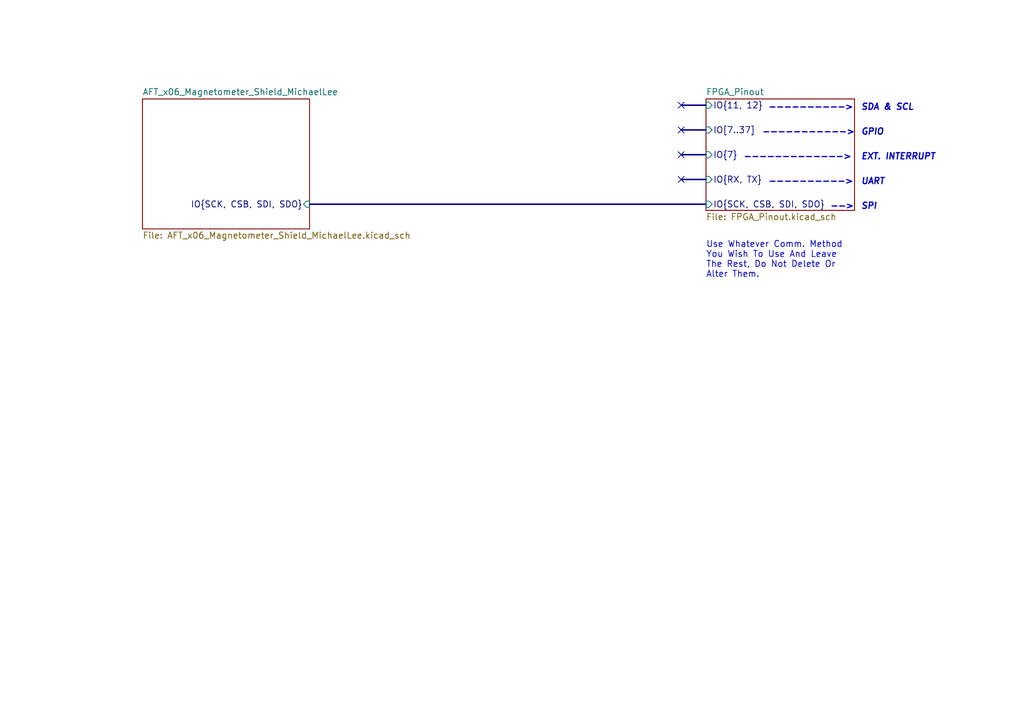
<source format=kicad_sch>
(kicad_sch (version 20211123) (generator eeschema)

  (uuid c20add66-69f9-4c72-89da-d761e900963a)

  (paper "A5")

  (title_block
    (date "2023-01-28")
    (company "SoCET Shield Dev.")
  )

  (lib_symbols
  )


  (no_connect (at 139.7 21.59) (uuid e0c634ee-1845-4fd6-b187-00a13dd1b7ac))
  (no_connect (at 139.7 26.67) (uuid e0c634ee-1845-4fd6-b187-00a13dd1b7ad))
  (no_connect (at 139.7 31.75) (uuid e0c634ee-1845-4fd6-b187-00a13dd1b7ae))
  (no_connect (at 139.7 36.83) (uuid e0c634ee-1845-4fd6-b187-00a13dd1b7af))

  (bus (pts (xy 63.5 41.91) (xy 144.78 41.91))
    (stroke (width 0) (type default) (color 0 0 0 0))
    (uuid 3b60c00b-bddf-4086-a2d5-aa7f45513a0a)
  )
  (bus (pts (xy 139.7 31.75) (xy 144.78 31.75))
    (stroke (width 0) (type default) (color 0 0 0 0))
    (uuid 4ad7c724-31ca-4cf5-b22c-fad23071a30d)
  )
  (bus (pts (xy 139.7 36.83) (xy 144.78 36.83))
    (stroke (width 0) (type default) (color 0 0 0 0))
    (uuid 6401c8d4-4719-4b33-aa01-83f925967e6d)
  )
  (bus (pts (xy 139.7 21.59) (xy 144.78 21.59))
    (stroke (width 0) (type default) (color 0 0 0 0))
    (uuid c7283c94-19c6-49c5-b656-39eb31fa73bd)
  )
  (bus (pts (xy 139.7 26.67) (xy 144.78 26.67))
    (stroke (width 0) (type default) (color 0 0 0 0))
    (uuid f50c520e-5811-4e74-8801-8ca50b78a979)
  )

  (text "---------->" (at 157.48 38.1 0)
    (effects (font (size 1.27 1.27) (thickness 0.254) bold) (justify left bottom))
    (uuid 1afad436-8fa0-4f30-a396-6dff4fb201b0)
  )
  (text "UART" (at 176.53 38.1 0)
    (effects (font (size 1.27 1.27) (thickness 0.254) bold italic) (justify left bottom))
    (uuid 37ab0efe-c65f-45fe-bd46-0228f21c8150)
  )
  (text "GPIO" (at 176.53 27.94 0)
    (effects (font (size 1.27 1.27) (thickness 0.254) bold italic) (justify left bottom))
    (uuid 43d15d0c-b02e-4ef7-9a31-8b8487ff9d2e)
  )
  (text "Magnetometer Shield" (at 17.78 -5.08 0)
    (effects (font (size 10 10) (thickness 2) bold italic) (justify left bottom))
    (uuid 525f344e-ded4-4ab3-a5ed-30a0e7dc97b2)
  )
  (text "Use Whatever Comm. Method \nYou Wish To Use And Leave \nThe Rest, Do Not Delete Or\nAlter Them."
    (at 144.78 57.15 0)
    (effects (font (size 1.27 1.27)) (justify left bottom))
    (uuid 59a039b2-2527-4a78-bec3-ed8784d61a18)
  )
  (text "SDA & SCL" (at 176.53 22.86 0)
    (effects (font (size 1.27 1.27) (thickness 0.254) bold italic) (justify left bottom))
    (uuid 79464f81-48d5-4b51-8cdb-614b3a7462a6)
  )
  (text "EXT. INTERRUPT" (at 176.53 33.02 0)
    (effects (font (size 1.27 1.27) (thickness 0.254) bold italic) (justify left bottom))
    (uuid 99517cd6-6848-4633-892b-5adea9854db2)
  )
  (text "---------->" (at 157.48 22.86 0)
    (effects (font (size 1.27 1.27) (thickness 0.254) bold) (justify left bottom))
    (uuid 9b404c33-ddfa-4ab3-a6e4-04f953052815)
  )
  (text "-->" (at 170.18 43.18 0)
    (effects (font (size 1.27 1.27) (thickness 0.254) bold) (justify left bottom))
    (uuid a34ffc85-5ffc-4338-94ee-5d4d388ce186)
  )
  (text "------------->" (at 152.4 33.02 0)
    (effects (font (size 1.27 1.27) (thickness 0.254) bold) (justify left bottom))
    (uuid c0368be3-d1f9-43f0-9fc9-4ab7110f0d88)
  )
  (text "SPI" (at 176.53 43.18 0)
    (effects (font (size 1.27 1.27) (thickness 0.254) bold italic) (justify left bottom))
    (uuid c80d4b1a-7add-4fdc-afeb-cc96a9700d1f)
  )
  (text "----------->" (at 156.21 27.94 0)
    (effects (font (size 1.27 1.27) (thickness 0.254) bold) (justify left bottom))
    (uuid f7b2adab-05f3-4326-9e30-00b93852a2a8)
  )

  (sheet (at 29.21 20.32) (size 34.29 26.67) (fields_autoplaced)
    (stroke (width 0.1524) (type solid) (color 0 0 0 0))
    (fill (color 0 0 0 0.0000))
    (uuid 2528ff7d-276b-468c-a841-332afa981cee)
    (property "Sheet name" "AFT_x06_Magnetometer_Shield_MichaelLee" (id 0) (at 29.21 19.6084 0)
      (effects (font (size 1.27 1.27)) (justify left bottom))
    )
    (property "Sheet file" "AFT_x06_Magnetometer_Shield_MichaelLee.kicad_sch" (id 1) (at 29.21 47.5746 0)
      (effects (font (size 1.27 1.27)) (justify left top))
    )
    (pin "IO{SCK, CSB, SDI, SDO}" input (at 63.5 41.91 0)
      (effects (font (size 1.27 1.27)) (justify right))
      (uuid c3c3f023-1ce4-4a80-b353-84c6c9a40b7e)
    )
  )

  (sheet (at 144.78 20.32) (size 30.48 22.86) (fields_autoplaced)
    (stroke (width 0.1524) (type solid) (color 0 0 0 0))
    (fill (color 0 0 0 0.0000))
    (uuid 5b833efc-2670-4993-9d76-b575befe1a02)
    (property "Sheet name" "FPGA_Pinout" (id 0) (at 144.78 19.6084 0)
      (effects (font (size 1.27 1.27)) (justify left bottom))
    )
    (property "Sheet file" "FPGA_Pinout.kicad_sch" (id 1) (at 144.78 43.7646 0)
      (effects (font (size 1.27 1.27)) (justify left top))
    )
    (pin "IO[7..37]" input (at 144.78 26.67 180)
      (effects (font (size 1.27 1.27)) (justify left))
      (uuid b3272517-83d4-4c86-b7b7-c0521841f9cc)
    )
    (pin "IO{RX, TX}" input (at 144.78 36.83 180)
      (effects (font (size 1.27 1.27)) (justify left))
      (uuid fbd9ae8d-753d-4b25-8d58-aaa900538c7e)
    )
    (pin "IO{7}" input (at 144.78 31.75 180)
      (effects (font (size 1.27 1.27)) (justify left))
      (uuid f3d70bcd-0f45-4922-b641-5882184d7c0e)
    )
    (pin "IO{SCK, CSB, SDI, SDO}" input (at 144.78 41.91 180)
      (effects (font (size 1.27 1.27)) (justify left))
      (uuid 7d485b11-7b72-4742-8177-7c398a127bd1)
    )
    (pin "IO{11, 12}" input (at 144.78 21.59 180)
      (effects (font (size 1.27 1.27)) (justify left))
      (uuid 3478bfa5-518e-4c45-85c2-da206a809266)
    )
  )

  (sheet_instances
    (path "/" (page "1"))
    (path "/5b833efc-2670-4993-9d76-b575befe1a02" (page "2"))
    (path "/2528ff7d-276b-468c-a841-332afa981cee" (page "3"))
  )

  (symbol_instances
    (path "/5b833efc-2670-4993-9d76-b575befe1a02/c70ccba2-1689-478f-8cfa-b5019f1e974e"
      (reference "#FLG01") (unit 1) (value "PWR_FLAG") (footprint "")
    )
    (path "/5b833efc-2670-4993-9d76-b575befe1a02/825455f2-46f6-44ae-b8be-a8a116030df9"
      (reference "#FLG02") (unit 1) (value "PWR_FLAG") (footprint "")
    )
    (path "/5b833efc-2670-4993-9d76-b575befe1a02/76f8d996-918e-4bab-aa78-8f830cc0af79"
      (reference "#FLG03") (unit 1) (value "PWR_FLAG") (footprint "")
    )
    (path "/5b833efc-2670-4993-9d76-b575befe1a02/f7fe1dcb-02bb-4955-b541-19e3d934af19"
      (reference "#FLG04") (unit 1) (value "PWR_FLAG") (footprint "")
    )
    (path "/5b833efc-2670-4993-9d76-b575befe1a02/55044128-2853-49ec-ad07-62dca0ddfdb6"
      (reference "#PWR01") (unit 1) (value "+5V") (footprint "")
    )
    (path "/5b833efc-2670-4993-9d76-b575befe1a02/5a56f1df-7fd5-47e9-870c-4da5049963f0"
      (reference "#PWR02") (unit 1) (value "+5V") (footprint "")
    )
    (path "/5b833efc-2670-4993-9d76-b575befe1a02/c82505dc-f24f-4782-b3ad-de608f14c268"
      (reference "#PWR03") (unit 1) (value "GND") (footprint "")
    )
    (path "/5b833efc-2670-4993-9d76-b575befe1a02/bec4fb62-3240-4ecf-b1cf-0402248132e8"
      (reference "#PWR04") (unit 1) (value "GND") (footprint "")
    )
    (path "/5b833efc-2670-4993-9d76-b575befe1a02/da251de2-04ea-473e-8a0b-7604d5a5e58a"
      (reference "#PWR05") (unit 1) (value "+3.3V") (footprint "")
    )
    (path "/5b833efc-2670-4993-9d76-b575befe1a02/dde2ce34-1ecc-4a1e-91e4-a11bd139c22e"
      (reference "#PWR06") (unit 1) (value "+5V") (footprint "")
    )
    (path "/5b833efc-2670-4993-9d76-b575befe1a02/11af6275-c083-44e8-82e8-ca79604dff99"
      (reference "#PWR07") (unit 1) (value "GND") (footprint "")
    )
    (path "/5b833efc-2670-4993-9d76-b575befe1a02/d1ea6265-3218-46ab-a6cf-e58d716f4ef5"
      (reference "#PWR08") (unit 1) (value "GND") (footprint "")
    )
    (path "/5b833efc-2670-4993-9d76-b575befe1a02/3b1a53e1-92ca-4b10-b357-bb713ba14f6b"
      (reference "#PWR09") (unit 1) (value "+5V") (footprint "")
    )
    (path "/5b833efc-2670-4993-9d76-b575befe1a02/0c115dc9-944f-45f3-b61d-ca5fde6bb3a8"
      (reference "#PWR010") (unit 1) (value "GND") (footprint "")
    )
    (path "/5b833efc-2670-4993-9d76-b575befe1a02/28d2cc41-e271-432c-b32e-1d095b716b4e"
      (reference "#PWR011") (unit 1) (value "+1V8") (footprint "")
    )
    (path "/5b833efc-2670-4993-9d76-b575befe1a02/ac00fb9c-bdae-4b25-b939-ed934ba588e0"
      (reference "#PWR012") (unit 1) (value "+3.3V") (footprint "")
    )
    (path "/5b833efc-2670-4993-9d76-b575befe1a02/7530e612-cf74-455b-ba58-7026040a6e08"
      (reference "#PWR013") (unit 1) (value "GND") (footprint "")
    )
    (path "/5b833efc-2670-4993-9d76-b575befe1a02/ed37c160-eba4-4c98-8c8c-e87530fe2151"
      (reference "#PWR014") (unit 1) (value "+3.3V") (footprint "")
    )
    (path "/5b833efc-2670-4993-9d76-b575befe1a02/d8822c53-12ad-4d95-aa83-3e6d3c84ee36"
      (reference "#PWR015") (unit 1) (value "+1V8") (footprint "")
    )
    (path "/5b833efc-2670-4993-9d76-b575befe1a02/9cfece69-f805-456a-b5a8-1e98233b0d8c"
      (reference "#PWR016") (unit 1) (value "+5V") (footprint "")
    )
    (path "/5b833efc-2670-4993-9d76-b575befe1a02/5a76680d-c364-4107-bdee-7c8a245d615d"
      (reference "#PWR017") (unit 1) (value "GND") (footprint "")
    )
    (path "/5b833efc-2670-4993-9d76-b575befe1a02/cfa71e9f-eda6-4925-8e63-d33e2cb48acb"
      (reference "#PWR018") (unit 1) (value "+5V") (footprint "")
    )
    (path "/5b833efc-2670-4993-9d76-b575befe1a02/8c8cd327-17d2-4615-9ff0-ed27eb379eac"
      (reference "#PWR019") (unit 1) (value "GND") (footprint "")
    )
    (path "/2528ff7d-276b-468c-a841-332afa981cee/3850d854-96bb-47b3-b98d-f90a6f7723ac"
      (reference "#PWR0101") (unit 1) (value "GND") (footprint "")
    )
    (path "/2528ff7d-276b-468c-a841-332afa981cee/f4fc5530-9a02-40cd-a643-77988cef8a18"
      (reference "#PWR0102") (unit 1) (value "GND") (footprint "")
    )
    (path "/2528ff7d-276b-468c-a841-332afa981cee/b1572987-145f-4bc4-869f-62033d071db4"
      (reference "#PWR0103") (unit 1) (value "GND") (footprint "")
    )
    (path "/2528ff7d-276b-468c-a841-332afa981cee/ef80107e-95df-4043-9940-938dfa31464a"
      (reference "#PWR0104") (unit 1) (value "+3.3V") (footprint "")
    )
    (path "/2528ff7d-276b-468c-a841-332afa981cee/09042bcc-f9ad-44e4-a16a-972d48047117"
      (reference "#PWR0105") (unit 1) (value "+3.3V") (footprint "")
    )
    (path "/2528ff7d-276b-468c-a841-332afa981cee/3a8193b4-263f-4440-930b-8ceffe341a02"
      (reference "#PWR0106") (unit 1) (value "GND") (footprint "")
    )
    (path "/2528ff7d-276b-468c-a841-332afa981cee/37e017af-2338-4fcb-b45f-397bf9e44b90"
      (reference "#PWR0107") (unit 1) (value "+3.3V") (footprint "")
    )
    (path "/2528ff7d-276b-468c-a841-332afa981cee/182e50a8-6904-46d5-859a-96e07d7270ba"
      (reference "#PWR0108") (unit 1) (value "GND") (footprint "")
    )
    (path "/2528ff7d-276b-468c-a841-332afa981cee/3023d2ce-927a-4931-80ac-b4ade6c948cb"
      (reference "#PWR0109") (unit 1) (value "+5V") (footprint "")
    )
    (path "/2528ff7d-276b-468c-a841-332afa981cee/0d81759d-b1f6-4505-abbe-8a953f94ea4c"
      (reference "C1") (unit 1) (value "1uF") (footprint "Capacitor_SMD:C_0805_2012Metric_Pad1.18x1.45mm_HandSolder")
    )
    (path "/2528ff7d-276b-468c-a841-332afa981cee/1f513e25-9283-4864-aa7c-0fd457ed8535"
      (reference "C2") (unit 1) (value "1uF") (footprint "Capacitor_SMD:C_0805_2012Metric_Pad1.18x1.45mm_HandSolder")
    )
    (path "/2528ff7d-276b-468c-a841-332afa981cee/2fad376b-7dfd-40db-82a2-d451dc7aad5d"
      (reference "C3") (unit 1) (value "10uF") (footprint "Capacitor_SMD:C_0805_2012Metric_Pad1.18x1.45mm_HandSolder")
    )
    (path "/2528ff7d-276b-468c-a841-332afa981cee/da26f41a-e18f-4917-82c3-a8e02052b558"
      (reference "C4") (unit 1) (value "100nF") (footprint "Capacitor_SMD:C_0805_2012Metric_Pad1.18x1.45mm_HandSolder")
    )
    (path "/2528ff7d-276b-468c-a841-332afa981cee/09debd93-c9ca-408d-872b-2645fcd547e9"
      (reference "C5") (unit 1) (value "100nF") (footprint "Capacitor_SMD:C_0805_2012Metric_Pad1.18x1.45mm_HandSolder")
    )
    (path "/2528ff7d-276b-468c-a841-332afa981cee/a48d9483-4b89-4060-a3c8-42f868cce31c"
      (reference "C6") (unit 1) (value "220nF") (footprint "Capacitor_SMD:C_0805_2012Metric_Pad1.18x1.45mm_HandSolder")
    )
    (path "/2528ff7d-276b-468c-a841-332afa981cee/958a468a-2dbf-4a37-812f-625a974cf902"
      (reference "D1") (unit 1) (value "LED") (footprint "Diode_SMD:D_0805_2012Metric_Pad1.15x1.40mm_HandSolder")
    )
    (path "/5b833efc-2670-4993-9d76-b575befe1a02/32c7eabf-dd3f-49f7-a5b2-15e1e57e87ba"
      (reference "J1") (unit 1) (value "Conn_01x04_Male") (footprint "Connector_PinHeader_2.00mm:PinHeader_1x04_P2.00mm_Vertical")
    )
    (path "/5b833efc-2670-4993-9d76-b575befe1a02/8e487f95-89f8-48b7-94c1-51c28c2389c4"
      (reference "J2") (unit 1) (value "Conn_01x06_Male") (footprint "Connector_PinHeader_2.00mm:PinHeader_1x06_P2.00mm_Vertical")
    )
    (path "/5b833efc-2670-4993-9d76-b575befe1a02/0d5316a4-689b-4eeb-b75b-1c5233e7082e"
      (reference "J3") (unit 1) (value "Conn_01x06_Male") (footprint "Connector_PinHeader_2.00mm:PinHeader_1x06_P2.00mm_Vertical")
    )
    (path "/5b833efc-2670-4993-9d76-b575befe1a02/2f57fe8e-6fb4-4005-b589-8f507214bc91"
      (reference "J4") (unit 1) (value "Conn_01x04_Male") (footprint "Connector_PinHeader_2.00mm:PinHeader_1x04_P2.00mm_Vertical")
    )
    (path "/5b833efc-2670-4993-9d76-b575befe1a02/4c669aef-edc4-4f54-88c2-c231581b85c4"
      (reference "J5") (unit 1) (value "Conn_01x01_Male") (footprint "Connector_PinHeader_2.00mm:PinHeader_1x01_P2.00mm_Vertical")
    )
    (path "/5b833efc-2670-4993-9d76-b575befe1a02/2a1b2abd-a7e2-421b-85f4-2944e94520cf"
      (reference "J6") (unit 1) (value "Conn_01x06_Male") (footprint "Connector_PinHeader_2.00mm:PinHeader_1x06_P2.00mm_Vertical")
    )
    (path "/5b833efc-2670-4993-9d76-b575befe1a02/ef642251-51f5-4c25-b371-e4629f48ec7e"
      (reference "J7") (unit 1) (value "Conn_01x15_Male") (footprint "Connector_PinHeader_2.00mm:PinHeader_1x15_P2.00mm_Vertical")
    )
    (path "/5b833efc-2670-4993-9d76-b575befe1a02/1ed777bd-8114-4dc6-9c5c-6620e9fe24aa"
      (reference "J8") (unit 1) (value "Conn_01x15_Male") (footprint "Connector_PinHeader_2.00mm:PinHeader_1x15_P2.00mm_Vertical")
    )
    (path "/5b833efc-2670-4993-9d76-b575befe1a02/4c320efa-d543-4916-a9e4-85c49b4a3641"
      (reference "J9") (unit 1) (value "Conn_01x02_Male") (footprint "Connector_PinHeader_2.00mm:PinHeader_1x02_P2.00mm_Vertical")
    )
    (path "/2528ff7d-276b-468c-a841-332afa981cee/712c5580-cd73-4c72-a69d-815b83f60369"
      (reference "R1") (unit 1) (value "R") (footprint "Resistor_SMD:R_0805_2012Metric_Pad1.20x1.40mm_HandSolder")
    )
    (path "/2528ff7d-276b-468c-a841-332afa981cee/5c12b239-0236-4ed5-84c7-a9157041bab5"
      (reference "U1") (unit 1) (value "AP2112K-3.3") (footprint "Package_TO_SOT_SMD:SOT-23-5")
    )
    (path "/2528ff7d-276b-468c-a841-332afa981cee/4243b7ca-6971-460f-946f-769cd7ced873"
      (reference "U2") (unit 1) (value "LIS2MDL") (footprint "Package_LGA:LGA-12_2x2mm_P0.5mm")
    )
  )
)

</source>
